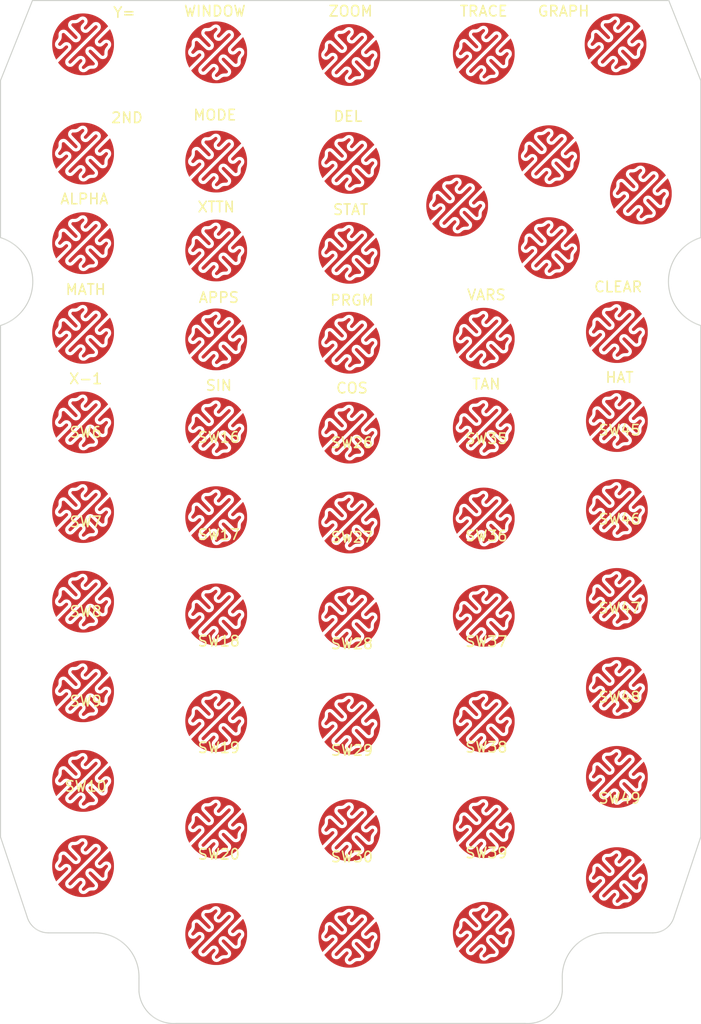
<source format=kicad_pcb>
(kicad_pcb (version 20211014) (generator pcbnew)
  (layers (0 "F.Cu" signal) (31 "B.Cu" signal) (34 "B.Paste" user) (35 "F.Paste" user) (36 "B.SilkS" user "B.Silkscreen") (37 "F.SilkS" user "F.Silkscreen") (38 "B.Mask" user) (39 "F.Mask" user) (44 "Edge.Cuts" user))
  (net 0 "")
  (net 1 "/Keys/KR4")
  (net 2 "/Keys/KC0")
  (net 3 "/Keys/KR5")
  (net 4 "/Keys/KC1")
  (net 5 "Net-(SW13-Pad2)")
  (net 6 "/Keys/KR6")
  (net 7 "/Keys/KR3")
  (net 8 "/Keys/KR2")
  (net 9 "/Keys/KR1")
  (net 10 "/Keys/ON")
  (net 11 "GND")
  (net 12 "/Keys/KC2")
  (net 13 "/Keys/KR0")
  (net 14 "/Keys/KC3")
  (net 15 "/Keys/KC6")
  (net 16 "/Keys/KC4")
  (net 17 "/Keys/KC5")
  (footprint "" (layer "F.Cu") (at 136.398 59.309)
    (fp_text reference "")
    (fp_text value "")
  )
  (footprint "keypad:key2" (layer "F.Cu") (at 92.202 39.243)
    (fp_text reference "SW12" hide)
    (fp_text value "MODE")
  )
  (footprint "keypad:key2" (layer "F.Cu") (at 117.729 73.279)
    (fp_text reference "SW35")
    (fp_text value "RBRACKET")
  )
  (footprint "" (layer "F.Cu") (at 73.406 32.639)
    (fp_text reference "")
    (fp_text value "")
  )
  (footprint "keypad:key2" (layer "F.Cu") (at 92.202 92.583)
    (fp_text reference "SW18")
    (fp_text value "4")
  )
  (footprint "" (layer "F.Cu") (at 73.533 59.182)
    (fp_text reference "")
    (fp_text value "")
  )
  (footprint "keypad:key2" (layer "F.Cu") (at 92.202 102.743)
    (fp_text reference "SW19")
    (fp_text value "1")
  )
  (footprint "keypad:key2" (layer "F.Cu") (at 79.502 38.481)
    (fp_text reference "SW2" hide)
    (fp_text value "2ND")
  )
  (footprint "" (layer "F.Cu") (at 79.248 32.893)
    (fp_text reference "")
    (fp_text value "")
  )
  (footprint "keypad:key2" (layer "F.Cu") (at 92.202 82.423)
    (fp_text reference "SW17")
    (fp_text value "7")
  )
  (footprint "keypad:key2" (layer "F.Cu") (at 104.902 73.66)
    (fp_text reference "SW26")
    (fp_text value "LBRACKET")
  )
  (footprint "keypad:key2" (layer "F.Cu") (at 79.502 55.57157)
    (fp_text reference "SW4" hide)
    (fp_text value "MATH")
  )
  (footprint "keypad:key2" (layer "F.Cu") (at 115.189 43.434)
    (fp_text reference "SW31" hide)
    (fp_text value "L" hide)
  )
  (footprint "keypad:key2" (layer "F.Cu") (at 130.429 97.917)
    (fp_text reference "SW48")
    (fp_text value "ADD")
  )
  (footprint "keypad:key2" (layer "F.Cu") (at 104.902 39.37)
    (fp_text reference "SW22" hide)
    (fp_text value "DEL")
  )
  (footprint "keypad:key2" (layer "F.Cu") (at 92.202 112.903)
    (fp_text reference "SW20")
    (fp_text value "0")
  )
  (footprint "keypad:key2" (layer "F.Cu") (at 117.729 102.700666)
    (fp_text reference "SW38")
    (fp_text value "3")
  )
  (footprint "" (layer "F.Cu") (at 129.54 33.782)
    (fp_text reference "")
    (fp_text value "")
  )
  (footprint "keypad:key2" (layer "F.Cu") (at 117.729 92.625333)
    (fp_text reference "SW37")
    (fp_text value "6")
  )
  (footprint "keypad:key2" (layer "F.Cu") (at 104.902 92.837)
    (fp_text reference "SW28")
    (fp_text value "5")
  )
  (footprint "" (layer "F.Cu") (at 136.398 34.798)
    (fp_text reference "")
    (fp_text value "")
  )
  (footprint "keypad:key2" (layer "F.Cu") (at 79.502 98.298)
    (fp_text reference "SW9")
    (fp_text value "STO")
  )
  (footprint "keypad:key2" (layer "F.Cu") (at 117.729 64.643)
    (fp_text reference "SW34" hide)
    (fp_text value "TAN")
  )
  (footprint "keypad:key2" (layer "F.Cu") (at 104.902 47.9425)
    (fp_text reference "SW23" hide)
    (fp_text value "STAT")
  )
  (footprint "keypad:key2" (layer "F.Cu") (at 104.902 113.157)
    (fp_text reference "SW30")
    (fp_text value "DOT")
  )
  (footprint "keypad:key2" (layer "F.Cu") (at 79.502 64.116855)
    (fp_text reference "SW5" hide)
    (fp_text value "X-1")
  )
  (footprint "keypad:key2" (layer "F.Cu") (at 92.202 64.67475)
    (fp_text reference "SW15" hide)
    (fp_text value "SIN")
  )
  (footprint "keypad:key2" (layer "F.Cu") (at 79.502 106.426)
    (fp_text reference "SW10")
    (fp_text value "ON")
  )
  (footprint "keypad:key2" (layer "F.Cu") (at 79.502 89.75271)
    (fp_text reference "SW8")
    (fp_text value "LN")
  )
  (footprint "keypad:key2" (layer "F.Cu") (at 92.202 47.72025)
    (fp_text reference "SW13" hide)
    (fp_text value "XTTN")
  )
  (footprint "keypad:key2" (layer "F.Cu") (at 130.429 107.569)
    (fp_text reference "SW49")
    (fp_text value "ENTER")
  )
  (footprint "keypad:key2" (layer "F.Cu") (at 130.429 89.4334)
    (fp_text reference "SW47")
    (fp_text value "SUB")
  )
  (footprint "" (layer "F.Cu") (at 136.398 93.472)
    (fp_text reference "")
    (fp_text value "")
  )
  (footprint "keypad:key2" (layer "F.Cu") (at 104.902 82.677)
    (fp_text reference "SW27")
    (fp_text value "8")
  )
  (footprint "keypad:key2" (layer "F.Cu") (at 92.202 73.152)
    (fp_text reference "SW16")
    (fp_text value "COMMA")
  )
  (footprint "keypad:key2" (layer "F.Cu") (at 104.902 65.0875)
    (fp_text reference "SW25" hide)
    (fp_text value "COS")
  )
  (footprint "keypad:key2" (layer "F.Cu") (at 117.729 112.776)
    (fp_text reference "SW39")
    (fp_text value "NEG")
  )
  (footprint "keypad:key2" (layer "F.Cu") (at 92.202 28.829)
    (fp_text reference "SW11" hide)
    (fp_text value "WINDOW")
  )
  (footprint "keypad:key2" (layer "F.Cu") (at 123.952 38.735)
    (fp_text reference "SW40" hide)
    (fp_text value "U" hide)
  )
  (footprint "keypad:key2" (layer "F.Cu") (at 79.502 28.067)
    (fp_text reference "SW1" hide)
    (fp_text value "Y=")
  )
  (footprint "keypad:key2" (layer "F.Cu") (at 117.729 28.956)
    (fp_text reference "SW32" hide)
    (fp_text value "TRACE")
  )
  (footprint "keypad:key2" (layer "F.Cu") (at 117.729 82.55)
    (fp_text reference "SW36")
    (fp_text value "9")
  )
  (footprint "keypad:key2" (layer "F.Cu") (at 123.952 47.498)
    (fp_text reference "SW41" hide)
    (fp_text value "D" hide)
  )
  (footprint "keypad:key2" (layer "F.Cu") (at 132.715 42.291)
    (fp_text reference "SW50" hide)
    (fp_text value "R" hide)
  )
  (footprint "keypad:key2" (layer "F.Cu") (at 79.502 47.026285)
    (fp_text reference "SW3" hide)
    (fp_text value "ALPHA")
  )
  (footprint "keypad:key2" (layer "F.Cu") (at 130.429 63.9826)
    (fp_text reference "SW44" hide)
    (fp_text value "HAT")
  )
  (footprint "keypad:key2" (layer "F.Cu") (at 130.429 80.9498)
    (fp_text reference "SW46")
    (fp_text value "MUL")
  )
  (footprint "keypad:key2" (layer "F.Cu") (at 130.429 55.499)
    (fp_text reference "SW43" hide)
    (fp_text value "CLEAR")
  )
  (footprint "keypad:key2" (layer "F.Cu") (at 117.729 56.134)
    (fp_text reference "SW33" hide)
    (fp_text value "VARS")
  )
  (footprint "" (layer "F.Cu") (at 117.602 33.782)
    (fp_text reference "")
    (fp_text value "")
  )
  (footprint "keypad:key2" (layer "F.Cu") (at 79.502 72.66214)
    (fp_text reference "SW6")
    (fp_text value "X2")
  )
  (footprint "keypad:key2" (layer "F.Cu") (at 104.902 56.515)
    (fp_text reference "SW24" hide)
    (fp_text value "PRGM")
  )
  (footprint "keypad:key2" (layer "F.Cu") (at 92.202 56.1975)
    (fp_text reference "SW14" hide)
    (fp_text value "APPS")
  )
  (footprint "keypad:key2" (layer "F.Cu") (at 104.902 102.997)
    (fp_text reference "SW29")
    (fp_text value "2")
  )
  (footprint "keypad:key2" (layer "F.Cu") (at 130.429 72.4662)
    (fp_text reference "SW45")
    (fp_text value "DIV")
  )
  (footprint "keypad:key2" (layer "F.Cu") (at 130.302 28.067)
    (fp_text reference "SW42" hide)
    (fp_text value "GRAPH")
  )
  (footprint "keypad:key2" (layer "F.Cu") (at 104.902 29.083)
    (fp_text reference "SW21" hide)
    (fp_text value "ZOOM")
  )
  (footprint "" (layer "F.Cu") (at 134.874 101.981)
    (fp_text reference "")
    (fp_text value "")
  )
  (footprint "keypad:key2" (layer "F.Cu") (at 79.502 81.207425)
    (fp_text reference "SW7")
    (fp_text value "LOG")
  )
  (footprint "" (layer "F.Cu") (at 79.629 33.528)
    (fp_text reference "")
    (fp_text value "")
  )
  (footprint "" (layer "F.Cu") (at 98.552 51.943)
    (fp_text reference "")
    (fp_text value "")
  )
  (footprint "" (layer "F.Cu") (at 73.533 93.345)
    (fp_text reference "")
    (fp_text value "")
  )
  (gr_line (start 135.382 23.876) (end 138.43 31.496) (layer "Edge.Cuts") (width 0.1))
  (gr_line (start 71.628 54.864) (end 71.628 103.632) (layer "Edge.Cuts") (width 0.1))
  (gr_arc (start 88.392 121.411999) (mid 85.985933 120.620744) (end 84.836 118.364) (layer "Edge.Cuts") (width 0.1))
  (gr_line (start 84.836 117.094) (end 84.836 118.364) (layer "Edge.Cuts") (width 0.1))
  (gr_line (start 129.54 112.776) (end 133.858 112.776) (layer "Edge.Cuts") (width 0.1))
  (gr_line (start 74.676 23.876) (end 107.442 23.876) (layer "Edge.Cuts") (width 0.1))
  (gr_arc (start 76.2 112.776) (mid 74.93 112.352667) (end 74.168 111.252) (layer "Edge.Cuts") (width 0.1))
  (gr_line (start 88.392 121.411999) (end 121.666 121.411999) (layer "Edge.Cuts") (width 0.1))
  (gr_arc (start 71.628 46.482001) (mid 74.706326 50.673) (end 71.628 54.864) (layer "Edge.Cuts") (width 0.1))
  (gr_line (start 71.628 31.496) (end 74.676 23.876) (layer "Edge.Cuts") (width 0.1))
  (gr_line (start 71.628 31.496) (end 71.628 46.482) (layer "Edge.Cuts") (width 0.1))
  (gr_line (start 135.89 111.252) (end 138.43 103.632) (layer "Edge.Cuts") (width 0.1))
  (gr_line (start 138.43 103.632) (end 138.43 54.864) (layer "Edge.Cuts") (width 0.1))
  (gr_line (start 138.43 46.482) (end 138.43 31.496) (layer "Edge.Cuts") (width 0.1))
  (gr_arc (start 125.222 117.094) (mid 126.446517 114.000517) (end 129.54 112.776) (layer "Edge.Cuts") (width 0.1))
  (gr_line (start 76.2 112.776) (end 80.518 112.776) (layer "Edge.Cuts") (width 0.1))
  (gr_line (start 71.628 103.632) (end 74.168 111.252) (layer "Edge.Cuts") (width 0.1))
  (gr_arc (start 138.43 54.864) (mid 135.351672 50.673) (end 138.43 46.482001) (layer "Edge.Cuts") (width 0.1))
  (gr_arc (start 80.518 112.776) (mid 83.611491 114.000509) (end 84.836 117.094) (layer "Edge.Cuts") (width 0.1))
  (gr_arc (start 125.222 118.364) (mid 124.072067 120.620745) (end 121.666 121.411999) (layer "Edge.Cuts") (width 0.1))
  (gr_line (start 125.222 118.364) (end 125.222 117.094) (layer "Edge.Cuts") (width 0.1))
  (gr_arc (start 135.89 111.252) (mid 135.128 112.352667) (end 133.858 112.776) (layer "Edge.Cuts") (width 0.1))
  (gr_line (start 107.442 23.876) (end 135.382 23.876) (layer "Edge.Cuts") (width 0.1))
)
</source>
